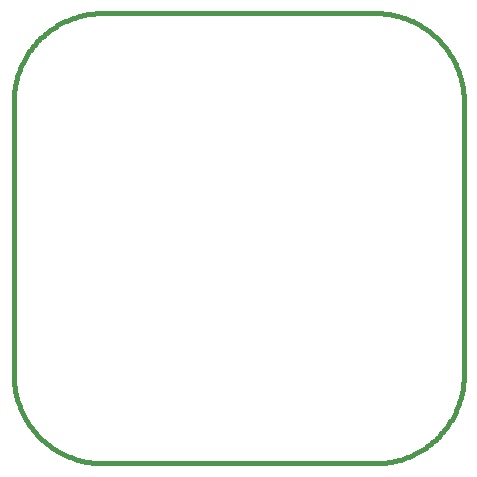
<source format=gko>
G75*
%MOIN*%
%OFA0B0*%
%FSLAX25Y25*%
%IPPOS*%
%LPD*%
%AMOC8*
5,1,8,0,0,1.08239X$1,22.5*
%
%ADD10C,0.01600*%
D10*
X0001800Y0031328D02*
X0001800Y0122272D01*
X0001809Y0122986D01*
X0001834Y0123699D01*
X0001878Y0124411D01*
X0001938Y0125122D01*
X0002015Y0125831D01*
X0002110Y0126538D01*
X0002221Y0127243D01*
X0002350Y0127945D01*
X0002496Y0128644D01*
X0002658Y0129339D01*
X0002837Y0130029D01*
X0003033Y0130715D01*
X0003245Y0131397D01*
X0003474Y0132073D01*
X0003719Y0132743D01*
X0003980Y0133407D01*
X0004257Y0134064D01*
X0004550Y0134715D01*
X0004858Y0135359D01*
X0005182Y0135994D01*
X0005521Y0136622D01*
X0005876Y0137242D01*
X0006245Y0137852D01*
X0006629Y0138454D01*
X0007027Y0139046D01*
X0007439Y0139628D01*
X0007866Y0140200D01*
X0008306Y0140762D01*
X0008759Y0141313D01*
X0009226Y0141853D01*
X0009706Y0142381D01*
X0010198Y0142898D01*
X0010702Y0143402D01*
X0011219Y0143894D01*
X0011747Y0144374D01*
X0012287Y0144841D01*
X0012838Y0145294D01*
X0013400Y0145734D01*
X0013972Y0146161D01*
X0014554Y0146573D01*
X0015146Y0146971D01*
X0015748Y0147355D01*
X0016358Y0147724D01*
X0016978Y0148079D01*
X0017606Y0148418D01*
X0018241Y0148742D01*
X0018885Y0149050D01*
X0019536Y0149343D01*
X0020193Y0149620D01*
X0020857Y0149881D01*
X0021527Y0150126D01*
X0022203Y0150355D01*
X0022885Y0150567D01*
X0023571Y0150763D01*
X0024261Y0150942D01*
X0024956Y0151104D01*
X0025655Y0151250D01*
X0026357Y0151379D01*
X0027062Y0151490D01*
X0027769Y0151585D01*
X0028478Y0151662D01*
X0029189Y0151722D01*
X0029901Y0151766D01*
X0030614Y0151791D01*
X0031328Y0151800D01*
X0122272Y0151800D01*
X0122986Y0151791D01*
X0123699Y0151766D01*
X0124411Y0151722D01*
X0125122Y0151662D01*
X0125831Y0151585D01*
X0126538Y0151490D01*
X0127243Y0151379D01*
X0127945Y0151250D01*
X0128644Y0151104D01*
X0129339Y0150942D01*
X0130029Y0150763D01*
X0130715Y0150567D01*
X0131397Y0150355D01*
X0132073Y0150126D01*
X0132743Y0149881D01*
X0133407Y0149620D01*
X0134064Y0149343D01*
X0134715Y0149050D01*
X0135359Y0148742D01*
X0135994Y0148418D01*
X0136622Y0148079D01*
X0137242Y0147724D01*
X0137852Y0147355D01*
X0138454Y0146971D01*
X0139046Y0146573D01*
X0139628Y0146161D01*
X0140200Y0145734D01*
X0140762Y0145294D01*
X0141313Y0144841D01*
X0141853Y0144374D01*
X0142381Y0143894D01*
X0142898Y0143402D01*
X0143402Y0142898D01*
X0143894Y0142381D01*
X0144374Y0141853D01*
X0144841Y0141313D01*
X0145294Y0140762D01*
X0145734Y0140200D01*
X0146161Y0139628D01*
X0146573Y0139046D01*
X0146971Y0138454D01*
X0147355Y0137852D01*
X0147724Y0137242D01*
X0148079Y0136622D01*
X0148418Y0135994D01*
X0148742Y0135359D01*
X0149050Y0134715D01*
X0149343Y0134064D01*
X0149620Y0133407D01*
X0149881Y0132743D01*
X0150126Y0132073D01*
X0150355Y0131397D01*
X0150567Y0130715D01*
X0150763Y0130029D01*
X0150942Y0129339D01*
X0151104Y0128644D01*
X0151250Y0127945D01*
X0151379Y0127243D01*
X0151490Y0126538D01*
X0151585Y0125831D01*
X0151662Y0125122D01*
X0151722Y0124411D01*
X0151766Y0123699D01*
X0151791Y0122986D01*
X0151800Y0122272D01*
X0151800Y0031328D01*
X0151791Y0030614D01*
X0151766Y0029901D01*
X0151722Y0029189D01*
X0151662Y0028478D01*
X0151585Y0027769D01*
X0151490Y0027062D01*
X0151379Y0026357D01*
X0151250Y0025655D01*
X0151104Y0024956D01*
X0150942Y0024261D01*
X0150763Y0023571D01*
X0150567Y0022885D01*
X0150355Y0022203D01*
X0150126Y0021527D01*
X0149881Y0020857D01*
X0149620Y0020193D01*
X0149343Y0019536D01*
X0149050Y0018885D01*
X0148742Y0018241D01*
X0148418Y0017606D01*
X0148079Y0016978D01*
X0147724Y0016358D01*
X0147355Y0015748D01*
X0146971Y0015146D01*
X0146573Y0014554D01*
X0146161Y0013972D01*
X0145734Y0013400D01*
X0145294Y0012838D01*
X0144841Y0012287D01*
X0144374Y0011747D01*
X0143894Y0011219D01*
X0143402Y0010702D01*
X0142898Y0010198D01*
X0142381Y0009706D01*
X0141853Y0009226D01*
X0141313Y0008759D01*
X0140762Y0008306D01*
X0140200Y0007866D01*
X0139628Y0007439D01*
X0139046Y0007027D01*
X0138454Y0006629D01*
X0137852Y0006245D01*
X0137242Y0005876D01*
X0136622Y0005521D01*
X0135994Y0005182D01*
X0135359Y0004858D01*
X0134715Y0004550D01*
X0134064Y0004257D01*
X0133407Y0003980D01*
X0132743Y0003719D01*
X0132073Y0003474D01*
X0131397Y0003245D01*
X0130715Y0003033D01*
X0130029Y0002837D01*
X0129339Y0002658D01*
X0128644Y0002496D01*
X0127945Y0002350D01*
X0127243Y0002221D01*
X0126538Y0002110D01*
X0125831Y0002015D01*
X0125122Y0001938D01*
X0124411Y0001878D01*
X0123699Y0001834D01*
X0122986Y0001809D01*
X0122272Y0001800D01*
X0031328Y0001800D01*
X0030614Y0001809D01*
X0029901Y0001834D01*
X0029189Y0001878D01*
X0028478Y0001938D01*
X0027769Y0002015D01*
X0027062Y0002110D01*
X0026357Y0002221D01*
X0025655Y0002350D01*
X0024956Y0002496D01*
X0024261Y0002658D01*
X0023571Y0002837D01*
X0022885Y0003033D01*
X0022203Y0003245D01*
X0021527Y0003474D01*
X0020857Y0003719D01*
X0020193Y0003980D01*
X0019536Y0004257D01*
X0018885Y0004550D01*
X0018241Y0004858D01*
X0017606Y0005182D01*
X0016978Y0005521D01*
X0016358Y0005876D01*
X0015748Y0006245D01*
X0015146Y0006629D01*
X0014554Y0007027D01*
X0013972Y0007439D01*
X0013400Y0007866D01*
X0012838Y0008306D01*
X0012287Y0008759D01*
X0011747Y0009226D01*
X0011219Y0009706D01*
X0010702Y0010198D01*
X0010198Y0010702D01*
X0009706Y0011219D01*
X0009226Y0011747D01*
X0008759Y0012287D01*
X0008306Y0012838D01*
X0007866Y0013400D01*
X0007439Y0013972D01*
X0007027Y0014554D01*
X0006629Y0015146D01*
X0006245Y0015748D01*
X0005876Y0016358D01*
X0005521Y0016978D01*
X0005182Y0017606D01*
X0004858Y0018241D01*
X0004550Y0018885D01*
X0004257Y0019536D01*
X0003980Y0020193D01*
X0003719Y0020857D01*
X0003474Y0021527D01*
X0003245Y0022203D01*
X0003033Y0022885D01*
X0002837Y0023571D01*
X0002658Y0024261D01*
X0002496Y0024956D01*
X0002350Y0025655D01*
X0002221Y0026357D01*
X0002110Y0027062D01*
X0002015Y0027769D01*
X0001938Y0028478D01*
X0001878Y0029189D01*
X0001834Y0029901D01*
X0001809Y0030614D01*
X0001800Y0031328D01*
M02*

</source>
